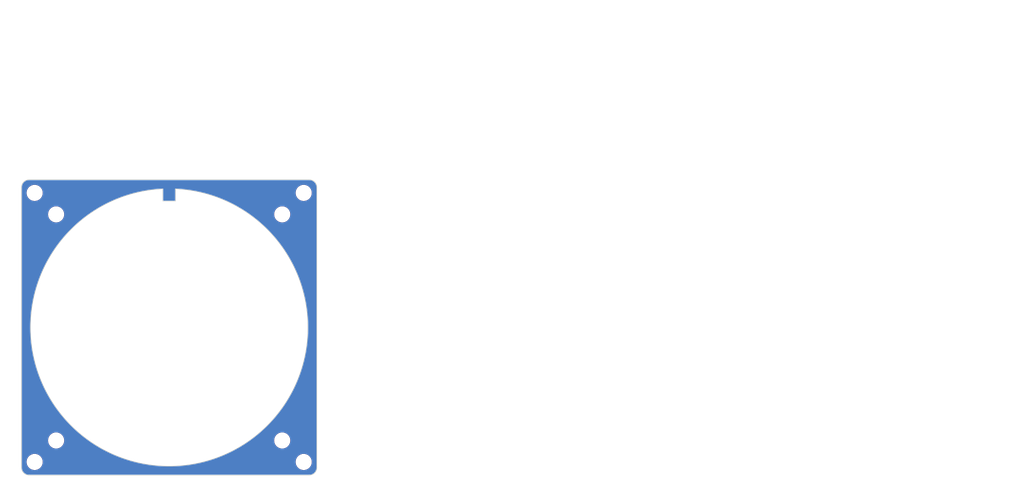
<source format=kicad_pcb>
(kicad_pcb (version 20221018) (generator pcbnew)
  (layers (0 "F.Cu" signal) (31 "B.Cu" signal) (34 "B.Paste" user) (35 "F.Paste" user) (36 "B.SilkS" user "B.Silkscreen") (37 "F.SilkS" user "F.Silkscreen") (38 "B.Mask" user) (39 "F.Mask" user) (44 "Edge.Cuts" user))
  (net 0 "")
  (footprint "MountingHole:MountingHole_2.2mm_M2" (layer "F.Cu") (at 82.175 99.4)
    (fp_text reference "H4" hide)
    (fp_text value "M2")
    (pad "" np_thru_hole circle locked (at 0 0) (size 2.2 2.2) (drill 2.2) (layers "*.Cu" "*.Mask"))
  )
  (footprint "MountingHole:MountingHole_2.2mm_M2" (layer "F.Cu") (at 85.775 57.886 45)
    (fp_text reference "H10" hide)
    (fp_text value "M2")
    (pad "" np_thru_hole circle locked (at 0 0 45) (size 2.2 2.2) (drill 2.2) (layers "*.Cu" "*.Mask"))
  )
  (footprint "MountingHole:MountingHole_2.2mm_M2" (layer "F.Cu") (at 44.261 61.486)
    (fp_text reference "H1" hide)
    (fp_text value "M2")
    (pad "" np_thru_hole circle locked (at 0 0) (size 2.2 2.2) (drill 2.2) (layers "*.Cu" "*.Mask"))
  )
  (footprint "MountingHole:MountingHole_2.2mm_M2" (layer "F.Cu") (at 44.261 99.4)
    (fp_text reference "H2" hide)
    (fp_text value "M2")
    (pad "" np_thru_hole circle locked (at 0 0) (size 2.2 2.2) (drill 2.2) (layers "*.Cu" "*.Mask"))
  )
  (footprint "MountingHole:MountingHole_2.2mm_M2" (layer "F.Cu") (at 82.175 61.486)
    (fp_text reference "H3" hide)
    (fp_text value "M2")
    (pad "" np_thru_hole circle locked (at 0 0) (size 2.2 2.2) (drill 2.2) (layers "*.Cu" "*.Mask"))
  )
  (footprint "MountingHole:MountingHole_2.2mm_M2" (layer "F.Cu") (at 40.661 103 -135)
    (fp_text reference "H9" hide)
    (fp_text value "M2")
    (pad "" np_thru_hole circle locked (at 0 0 225) (size 2.2 2.2) (drill 2.2) (layers "*.Cu" "*.Mask"))
  )
  (footprint "DreaM117er-keebLibrary:Trackpad_Cirque_TM040040" (layer "F.Cu") (at 63.218 80.443 -90)
    (fp_text reference "H5" hide)
    (fp_text value "TM040040")
  )
  (footprint "MountingHole:MountingHole_2.2mm_M2" (layer "F.Cu") (at 40.661 57.886 135)
    (fp_text reference "H8" hide)
    (fp_text value "M2")
    (pad "" np_thru_hole circle locked (at 0 0 135) (size 2.2 2.2) (drill 2.2) (layers "*.Cu" "*.Mask"))
  )
  (footprint "MountingHole:MountingHole_2.2mm_M2" (layer "F.Cu") (at 85.775 103 135)
    (fp_text reference "H11" hide)
    (fp_text value "M2")
    (pad "" np_thru_hole circle locked (at 0 0 135) (size 2.2 2.2) (drill 2.2) (layers "*.Cu" "*.Mask"))
  )
  (gr_line (start 64.268 59.243) (end 64.268 57.202) (stroke (width 0.1)) (layer "Edge.Cuts"))
  (gr_line locked (start 86.705 55.686) (end 39.731 55.686) (stroke (width 0.12)) (layer "Edge.Cuts"))
  (gr_arc locked (start 39.731 105.2) (mid 38.832974 104.828026) (end 38.461 103.93) (stroke (width 0.12)) (layer "Edge.Cuts"))
  (gr_arc locked (start 38.461 56.956) (mid 38.832974 56.057974) (end 39.731 55.686) (stroke (width 0.12)) (layer "Edge.Cuts"))
  (gr_line locked (start 87.975 103.93) (end 87.975 56.956) (stroke (width 0.12)) (layer "Edge.Cuts"))
  (gr_line (start 62.168 59.243) (end 64.268 59.243) (stroke (width 0.1)) (layer "Edge.Cuts"))
  (gr_line locked (start 86.705 105.2) (end 39.731 105.2) (stroke (width 0.12)) (layer "Edge.Cuts"))
  (gr_line locked (start 38.461 56.956) (end 38.461 103.93) (stroke (width 0.12)) (layer "Edge.Cuts"))
  (gr_arc locked (start 87.975 103.93) (mid 87.603026 104.828026) (end 86.705 105.2) (stroke (width 0.12)) (layer "Edge.Cuts"))
  (gr_arc locked (start 86.705 55.686) (mid 87.603026 56.057974) (end 87.975 56.956) (stroke (width 0.12)) (layer "Edge.Cuts"))
  (gr_line (start 62.168 59.243) (end 62.168 57.202) (stroke (width 0.1)) (layer "Edge.Cuts"))
  (gr_arc (start 64.268 57.202) (mid 63.218 103.707823) (end 62.168 57.202) (stroke (width 0.1)) (layer "Edge.Cuts"))
  (zone (net 0) (net_name "") (layers "F&B.Cu") (connect_pads (clearance 0.5)) (min_thickness 0.25) (fill yes (thermal_gap 0.5) (thermal_bridge_width 0.5))
    (polygon (pts (xy 34.85 25.54) (xy 34.85 108.17) (xy 206.22 108.4) (xy 206.56 25.66)))
  )
)
</source>
